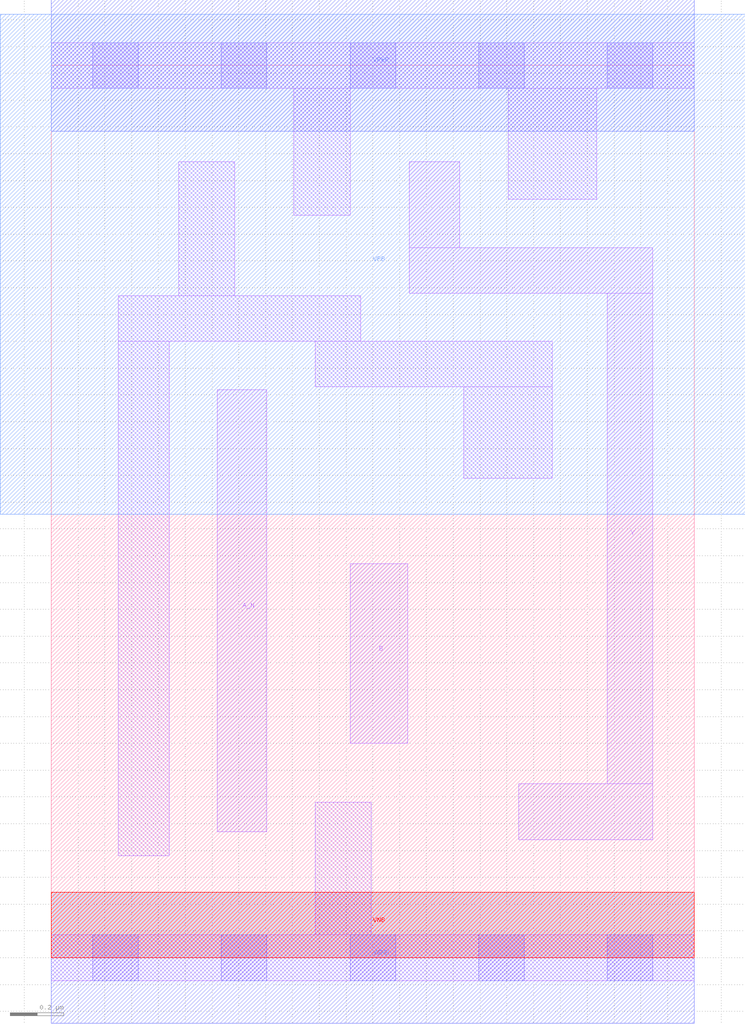
<source format=lef>
# Copyright 2020 The SkyWater PDK Authors
#
# Licensed under the Apache License, Version 2.0 (the "License");
# you may not use this file except in compliance with the License.
# You may obtain a copy of the License at
#
#     https://www.apache.org/licenses/LICENSE-2.0
#
# Unless required by applicable law or agreed to in writing, software
# distributed under the License is distributed on an "AS IS" BASIS,
# WITHOUT WARRANTIES OR CONDITIONS OF ANY KIND, either express or implied.
# See the License for the specific language governing permissions and
# limitations under the License.
#
# SPDX-License-Identifier: Apache-2.0

VERSION 5.7 ;
  NOWIREEXTENSIONATPIN ON ;
  DIVIDERCHAR "/" ;
  BUSBITCHARS "[]" ;
MACRO sky130_fd_sc_lp__nand2b_m
  CLASS CORE ;
  FOREIGN sky130_fd_sc_lp__nand2b_m ;
  ORIGIN  0.000000  0.000000 ;
  SIZE  2.400000 BY  3.330000 ;
  SYMMETRY X Y R90 ;
  SITE unit ;
  PIN A_N
    ANTENNAGATEAREA  0.126000 ;
    DIRECTION INPUT ;
    USE SIGNAL ;
    PORT
      LAYER li1 ;
        RECT 0.620000 0.470000 0.805000 2.120000 ;
    END
  END A_N
  PIN B
    ANTENNAGATEAREA  0.126000 ;
    DIRECTION INPUT ;
    USE SIGNAL ;
    PORT
      LAYER li1 ;
        RECT 1.115000 0.800000 1.330000 1.470000 ;
    END
  END B
  PIN Y
    ANTENNADIFFAREA  0.228900 ;
    DIRECTION OUTPUT ;
    USE SIGNAL ;
    PORT
      LAYER li1 ;
        RECT 1.335000 2.480000 2.245000 2.650000 ;
        RECT 1.335000 2.650000 1.525000 2.970000 ;
        RECT 1.745000 0.440000 2.245000 0.650000 ;
        RECT 2.075000 0.650000 2.245000 2.480000 ;
    END
  END Y
  PIN VGND
    DIRECTION INOUT ;
    USE GROUND ;
    PORT
      LAYER met1 ;
        RECT 0.000000 -0.245000 2.400000 0.245000 ;
    END
  END VGND
  PIN VNB
    DIRECTION INOUT ;
    USE GROUND ;
    PORT
      LAYER pwell ;
        RECT 0.000000 0.000000 2.400000 0.245000 ;
    END
  END VNB
  PIN VPB
    DIRECTION INOUT ;
    USE POWER ;
    PORT
      LAYER nwell ;
        RECT -0.190000 1.655000 2.590000 3.520000 ;
    END
  END VPB
  PIN VPWR
    DIRECTION INOUT ;
    USE POWER ;
    PORT
      LAYER met1 ;
        RECT 0.000000 3.085000 2.400000 3.575000 ;
    END
  END VPWR
  OBS
    LAYER li1 ;
      RECT 0.000000 -0.085000 2.400000 0.085000 ;
      RECT 0.000000  3.245000 2.400000 3.415000 ;
      RECT 0.250000  0.380000 0.440000 2.300000 ;
      RECT 0.250000  2.300000 1.155000 2.470000 ;
      RECT 0.475000  2.470000 0.685000 2.970000 ;
      RECT 0.905000  2.770000 1.115000 3.245000 ;
      RECT 0.985000  0.085000 1.195000 0.580000 ;
      RECT 0.985000  2.130000 1.870000 2.300000 ;
      RECT 1.540000  1.790000 1.870000 2.130000 ;
      RECT 1.705000  2.830000 2.035000 3.245000 ;
    LAYER mcon ;
      RECT 0.155000 -0.085000 0.325000 0.085000 ;
      RECT 0.155000  3.245000 0.325000 3.415000 ;
      RECT 0.635000 -0.085000 0.805000 0.085000 ;
      RECT 0.635000  3.245000 0.805000 3.415000 ;
      RECT 1.115000 -0.085000 1.285000 0.085000 ;
      RECT 1.115000  3.245000 1.285000 3.415000 ;
      RECT 1.595000 -0.085000 1.765000 0.085000 ;
      RECT 1.595000  3.245000 1.765000 3.415000 ;
      RECT 2.075000 -0.085000 2.245000 0.085000 ;
      RECT 2.075000  3.245000 2.245000 3.415000 ;
  END
END sky130_fd_sc_lp__nand2b_m
END LIBRARY

</source>
